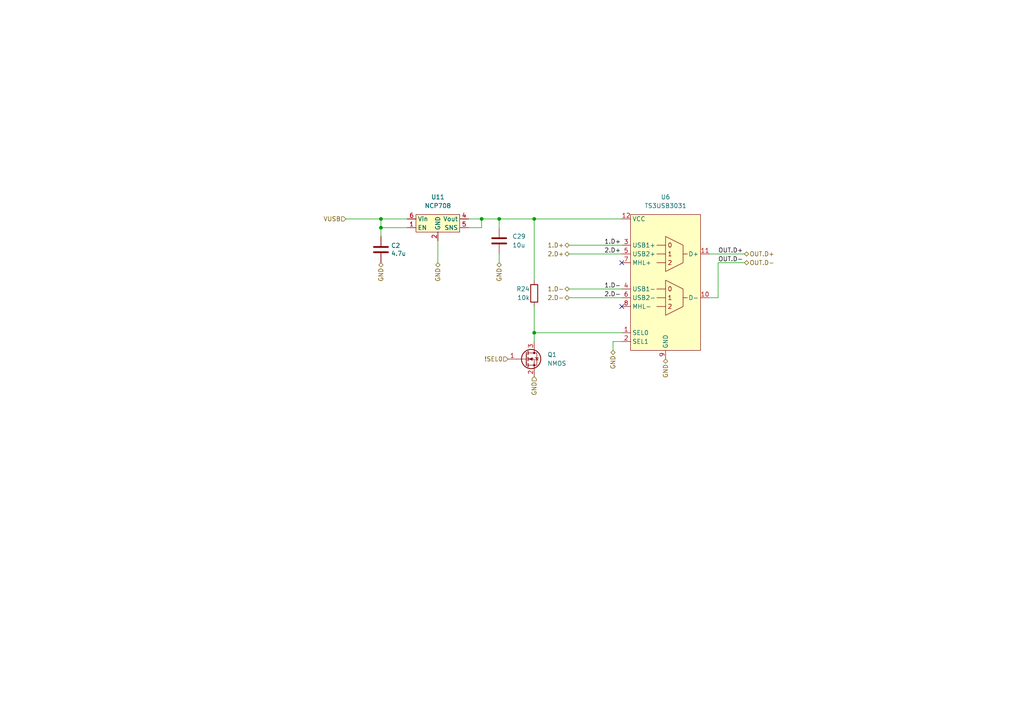
<source format=kicad_sch>
(kicad_sch (version 20230121) (generator eeschema)
  (paper "A4")
  (lib_symbols
    (symbol "Device:C" (pin_numbers hide) (pin_names (offset 0.254))
      (property "Reference" "C" (at 0.635 2.54 0))
      (property "Value" "C" (at 0.635 -2.54 0))
      (symbol "C_0_1"
        (polyline (pts (xy -2.032 -0.762) (xy 2.032 -0.762)) (stroke (width 0.508)))
        (polyline (pts (xy -2.032 0.762) (xy 2.032 0.762)) (stroke (width 0.508)))
      )
      (symbol "C_1_1"
        (pin passive line (at 0 3.81 270) (length 2.794) (name "~") (number "1"))
        (pin passive line (at 0 -3.81 90) (length 2.794) (name "~") (number "2"))
      )
    )
    (symbol "Device:Q_NMOS_GSD" (pin_names (offset 0) hide)
      (property "Reference" "Q" (at 5.08 1.27 0))
      (property "Value" "Q_NMOS_GSD" (at 5.08 -1.27 0))
      (symbol "Q_NMOS_GSD_0_1"
        (polyline (pts (xy 0.254 0) (xy -2.54 0)))
        (polyline (pts (xy 0.254 1.905) (xy 0.254 -1.905)) (stroke (width 0.254)))
        (polyline (pts (xy 0.762 -1.27) (xy 0.762 -2.286)) (stroke (width 0.254)))
        (polyline (pts (xy 0.762 0.508) (xy 0.762 -0.508)) (stroke (width 0.254)))
        (polyline (pts (xy 0.762 2.286) (xy 0.762 1.27)) (stroke (width 0.254)))
        (polyline (pts (xy 2.54 2.54) (xy 2.54 1.778)))
        (polyline (pts (xy 2.54 -2.54) (xy 2.54 0) (xy 0.762 0)))
        (polyline (pts (xy 0.762 -1.778) (xy 3.302 -1.778) (xy 3.302 1.778) (xy 0.762 1.778)))
        (polyline (pts (xy 1.016 0) (xy 2.032 0.381) (xy 2.032 -0.381) (xy 1.016 0)) (fill (type outline)))
        (polyline (pts (xy 2.794 0.508) (xy 2.921 0.381) (xy 3.683 0.381) (xy 3.81 0.254)))
        (polyline (pts (xy 3.302 0.381) (xy 2.921 -0.254) (xy 3.683 -0.254) (xy 3.302 0.381)))
        (circle (center 1.651 0) (radius 2.794) (stroke (width 0.254)))
        (circle (center 2.54 -1.778) (radius 0.254) (fill (type outline)))
        (circle (center 2.54 1.778) (radius 0.254) (fill (type outline)))
      )
      (symbol "Q_NMOS_GSD_1_1"
        (pin input line (at -5.08 0 0) (length 2.54) (name "G") (number "1"))
        (pin passive line (at 2.54 -5.08 90) (length 2.54) (name "S") (number "2"))
        (pin passive line (at 2.54 5.08 270) (length 2.54) (name "D") (number "3"))
      )
    )
    (symbol "Device:R" (pin_numbers hide) (pin_names (offset 0))
      (property "Reference" "R" (at 2.032 0 90))
      (property "Value" "R" (at 0 0 90))
      (symbol "R_0_1"
        (rectangle (start -1.016 -2.54) (end 1.016 2.54) (stroke (width 0.254)))
      )
      (symbol "R_1_1"
        (pin passive line (at 0 3.81 270) (length 1.27) (name "~") (number "1"))
        (pin passive line (at 0 -3.81 90) (length 1.27) (name "~") (number "2"))
      )
    )
    (symbol "RKL-DiscreteLogic:TS3USB3031"
      (property "Reference" "U" (at 0 6.35 0))
      (property "Value" "TS3USB3031" (at 0 3.81 0))
      (symbol "TS3USB3031_0_1"
        (polyline (pts (xy 0 -17.78) (xy 0 -27.94) (xy 5.08 -25.4) (xy 5.08 -20.32) (xy 0 -17.78)))
        (polyline (pts (xy 0 -5.08) (xy 0 -15.24) (xy 5.08 -12.7) (xy 5.08 -7.62) (xy 0 -5.08)))
      )
      (symbol "TS3USB3031_1_1"
        (rectangle (start -10.16 1.27) (end 10.16 -38.1) (fill (type background)))
        (polyline (pts (xy -2.54 -25.4) (xy 0 -25.4)))
        (polyline (pts (xy -2.54 -22.86) (xy 0 -22.86)))
        (polyline (pts (xy -2.54 -20.32) (xy 0 -20.32)))
        (polyline (pts (xy -2.54 -12.7) (xy 0 -12.7)))
        (polyline (pts (xy -2.54 -10.16) (xy 0 -10.16)))
        (polyline (pts (xy -2.54 -7.62) (xy 0 -7.62)))
        (polyline (pts (xy 5.08 -22.86) (xy 6.35 -22.86)))
        (polyline (pts (xy 5.08 -10.16) (xy 6.35 -10.16)))
        (text "0" (at 1.27 -20.32 0) (effects (font (size 1.27 1.27))))
        (text "0" (at 1.27 -7.62 0) (effects (font (size 1.27 1.27))))
        (text "1\n" (at 1.27 -22.86 0) (effects (font (size 1.27 1.27))))
        (text "1\n" (at 1.27 -10.16 0) (effects (font (size 1.27 1.27))))
        (text "2" (at 1.27 -25.4 0) (effects (font (size 1.27 1.27))))
        (text "2" (at 1.27 -12.7 0) (effects (font (size 1.27 1.27))))
        (pin input line (at -12.7 -33.02 0) (length 2.54) (name "SEL0") (number "1"))
        (pin bidirectional line (at 12.7 -22.86 180) (length 2.54) (name "D-") (number "10"))
        (pin bidirectional line (at 12.7 -10.16 180) (length 2.54) (name "D+") (number "11"))
        (pin power_in line (at -12.7 0 0) (length 2.54) (name "VCC") (number "12"))
        (pin input line (at -12.7 -35.56 0) (length 2.54) (name "SEL1") (number "2"))
        (pin bidirectional line (at -12.7 -7.62 0) (length 2.54) (name "USB1+") (number "3"))
        (pin bidirectional line (at -12.7 -20.32 0) (length 2.54) (name "USB1-") (number "4"))
        (pin bidirectional line (at -12.7 -10.16 0) (length 2.54) (name "USB2+") (number "5"))
        (pin bidirectional line (at -12.7 -22.86 0) (length 2.54) (name "USB2-") (number "6"))
        (pin bidirectional line (at -12.7 -12.7 0) (length 2.54) (name "MHL+") (number "7"))
        (pin bidirectional line (at -12.7 -25.4 0) (length 2.54) (name "MHL-") (number "8"))
        (pin input line (at 0 -40.64 90) (length 2.54) (name "GND") (number "9"))
      )
    )
    (symbol "RKL-LDO:NCP708"
      (property "Reference" "U" (at 0 3.175 0))
      (property "Value" "NCP708" (at 0 1.27 0))
      (symbol "NCP708_0_1"
        (rectangle (start 6.35 -5.08) (end -6.35 0) (fill (type background)))
      )
      (symbol "NCP708_1_1"
        (pin input line (at -8.89 -3.81 0) (length 2.54) (name "EN") (number "1"))
        (pin power_in line (at 0 -7.62 90) (length 2.54) (name "GND") (number "2"))
        (pin power_out line (at 8.89 -1.27 180) (length 2.54) (name "Vout") (number "4"))
        (pin input line (at 8.89 -3.81 180) (length 2.54) (name "SNS") (number "5"))
        (pin power_in line (at -8.89 -1.27 0) (length 2.54) (name "Vin") (number "6"))
        (pin power_in line (at 0 -7.62 90) (length 2.54) hide (name "GND") (number "7"))
      )
    )
  )
  (junction (at 110.49 63.5))
  (junction (at 144.78 63.5))
  (junction (at 139.7 63.5))
  (junction (at 154.94 96.52))
  (junction (at 110.49 66.04))
  (junction (at 154.94 63.5))
  (no_connect (at 180.34 76.2))
  (no_connect (at 180.34 88.9))
  (wire (pts (xy 177.8 101.6) (xy 177.8 99.06)))
  (wire (pts (xy 165.1 73.66) (xy 180.34 73.66)))
  (wire (pts (xy 135.89 63.5) (xy 139.7 63.5)))
  (wire (pts (xy 154.94 63.5) (xy 180.34 63.5)))
  (wire (pts (xy 139.7 66.04) (xy 139.7 63.5)))
  (wire (pts (xy 110.49 63.5) (xy 118.11 63.5)))
  (wire (pts (xy 135.89 66.04) (xy 139.7 66.04)))
  (wire (pts (xy 110.49 66.04) (xy 110.49 68.58)))
  (wire (pts (xy 154.94 88.9) (xy 154.94 96.52)))
  (wire (pts (xy 144.78 63.5) (xy 144.78 66.04)))
  (wire (pts (xy 165.1 86.36) (xy 180.34 86.36)))
  (wire (pts (xy 110.49 66.04) (xy 110.49 63.5)))
  (wire (pts (xy 118.11 66.04) (xy 110.49 66.04)))
  (wire (pts (xy 205.74 73.66) (xy 215.9 73.66)))
  (wire (pts (xy 177.8 99.06) (xy 180.34 99.06)))
  (wire (pts (xy 208.28 76.2) (xy 215.9 76.2)))
  (wire (pts (xy 139.7 63.5) (xy 144.78 63.5)))
  (wire (pts (xy 154.94 99.06) (xy 154.94 96.52)))
  (wire (pts (xy 144.78 63.5) (xy 154.94 63.5)))
  (wire (pts (xy 154.94 63.5) (xy 154.94 81.28)))
  (wire (pts (xy 205.74 86.36) (xy 208.28 86.36)))
  (wire (pts (xy 127 76.2) (xy 127 69.85)))
  (wire (pts (xy 165.1 83.82) (xy 180.34 83.82)))
  (wire (pts (xy 154.94 96.52) (xy 180.34 96.52)))
  (wire (pts (xy 208.28 86.36) (xy 208.28 76.2)))
  (wire (pts (xy 165.1 71.12) (xy 180.34 71.12)))
  (wire (pts (xy 144.78 76.2) (xy 144.78 73.66)))
  (wire (pts (xy 110.49 63.5) (xy 100.33 63.5)))
  (label "1.D+" (at 175.26 71.12 0))
  (label "1.D-" (at 175.26 83.82 0))
  (label "OUT.D-" (at 208.28 76.2 0))
  (label "2.D-" (at 175.26 86.36 0))
  (label "OUT.D+" (at 208.28 73.66 0))
  (label "2.D+" (at 175.26 73.66 0))
  (hierarchical_label "2.D-" (shape bidirectional) (at 165.1 86.36 180))
  (hierarchical_label "GND" (shape bidirectional) (at 144.78 76.2 270))
  (hierarchical_label "1.D-" (shape bidirectional) (at 165.1 83.82 180))
  (hierarchical_label "GND" (shape bidirectional) (at 110.49 76.2 270))
  (hierarchical_label "GND" (shape bidirectional) (at 127 76.2 270))
  (hierarchical_label "2.D+" (shape bidirectional) (at 165.1 73.66 180))
  (hierarchical_label "VUSB" (shape input) (at 100.33 63.5 180))
  (hierarchical_label "GND" (shape bidirectional) (at 193.04 104.14 270))
  (hierarchical_label "GND" (shape input) (at 154.94 109.22 270))
  (hierarchical_label "OUT.D+" (shape bidirectional) (at 215.9 73.66 0))
  (hierarchical_label "1.D+" (shape bidirectional) (at 165.1 71.12 180))
  (hierarchical_label "GND" (shape bidirectional) (at 177.8 101.6 270))
  (hierarchical_label "!SEL0" (shape input) (at 147.32 104.14 180))
  (hierarchical_label "OUT.D-" (shape bidirectional) (at 215.9 76.2 0))
  (symbol (lib_id "Device:Q_NMOS_GSD") (at 152.4 104.14 0) (unit 1)
    (property "Reference" "Q1" (at 158.75 102.87 0) (effects (justify left)))
    (property "Value" "NMOS" (at 158.75 105.41 0) (effects (justify left)))
    (property "Footprint" "Package_TO_SOT_SMD:SOT-723" (effects hide))
    (property "Sim.Device" "NMOS" (effects hide))
    (property "Sim.Type" "VDMOS" (effects hide))
    (property "Sim.Pins" "1=D 2=G 3=S" (effects hide))
    (property "LCSC" "C504051" (effects hide))
    (property "Basic/Extended" "E" (effects hide))
    (property "JLCPCB_CORRECTION" "0;0;180" (effects hide))
    (instances (project "Zelvicka" (path "" (reference "Q1") (unit 1)) (path "" (reference "Q2") (unit 1)) (path "" (reference "Q2") (unit 1))))
  )
  (symbol (lib_id "Device:C") (at 110.49 72.39 0) (unit 1)
    (property "Reference" "C2" (at 113.411 71.2216 0) (effects (justify left)))
    (property "Value" "4.7u" (at 113.411 73.533 0) (effects (justify left)))
    (property "Footprint" "Capacitor_SMD:C_0603_1608Metric" (effects hide))
    (property "LCSC" "C19666" (effects hide))
    (property "Basic/Extended" "B" (effects hide))
    (property "info" "16V, X5R" (effects hide))
    (instances (project "Zelvicka" (path "" (reference "C2") (unit 1)) (path "" (reference "C27") (unit 1))) (project "ZakladniElektronika" (path "" (reference "C150") (unit 1))) (project "RB3203" (path "" (reference "U?") (unit 1))))
  )
  (symbol (lib_id "Device:R") (at 154.94 85.09 0) (mirror y) (unit 1)
    (property "Reference" "R24" (at 153.67 83.82 0) (effects (justify left)))
    (property "Value" "10k" (at 153.67 86.36 0) (effects (justify left)))
    (property "Footprint" "Resistor_SMD:R_0402_1005Metric" (effects hide))
    (property "LCSC" "C25744" (effects hide))
    (property "Basic/Extended" "B" (effects hide))
    (instances (project "Zelvicka" (path "" (reference "R24") (unit 1)) (path "" (reference "R53") (unit 1)) (path "" (reference "R53") (unit 1))) (project "ZakladniElektronika" (path "" (reference "R10") (unit 1))) (project "ukazka" (path "" (reference "R5") (unit 1))) (project "RB3203" (path "" (reference "R?") (unit 1))))
  )
  (symbol (lib_id "RKL-DiscreteLogic:TS3USB3031") (at 193.04 63.5 0) (unit 1)
    (property "Reference" "U6" (at 193.04 57.15 0))
    (property "Value" "TS3USB3031" (at 193.04 59.69 0))
    (property "Footprint" "Package_DFN_QFN:Texas_X2QFN-12_1.6x1.6mm_P0.4mm" (effects hide))
    (property "Datasheet" "https://www.ti.com/lit/ds/symlink/ts3usb3031.pdf?ts=1703029289212&ref_url=https%253A%252F%252Fwww.google.com%252F" (effects hide))
    (property "Basic/Extended" "E" (effects hide))
    (property "LCSC" "C2652459" (effects hide))
    (instances (project "Zelvicka" (path "" (reference "U6") (unit 1))) (project "ZakladniElektronika" (path "" (reference "U?") (unit 1)) (path "" (reference "U15") (unit 1))))
  )
  (symbol (lib_id "RKL-LDO:NCP708") (at 127 62.23 0) (unit 1)
    (property "Reference" "U11" (at 127 57.15 0))
    (property "Value" "NCP708" (at 127 59.69 0))
    (property "Footprint" "RKL-StandardPackages:UDFN6-3x3mm" (effects hide))
    (property "Datasheet" "https://datasheet.lcsc.com/szlcsc/ON-Semicon-ON-NCP708MU330TAG_C183178.pdf" (effects hide))
    (property "LCSC" "C183178" (effects hide))
    (property "JLCPCB_CORRECTION" "0;0;180" (effects hide))
    (property "Basic/Extended" "E" (effects hide))
  )
  (symbol (lib_id "Device:C") (at 144.78 69.85 0) (unit 1)
    (property "Reference" "C29" (at 148.59 68.5799 0) (effects (justify left)))
    (property "Value" "10u" (at 148.59 71.1199 0) (effects (justify left)))
    (property "Footprint" "Capacitor_SMD:C_0603_1608Metric" (effects hide))
    (property "LCSC" "C96446" (effects hide))
    (property "Basic/Extended" "B" (effects hide))
    (property "info" "25V, X5R" (effects hide))
    (instances (project "Zelvicka" (path "" (reference "C29") (unit 1)) (path "" (reference "C3") (unit 1))) (project "SemiSemafor" (path "" (reference "C6") (unit 1))))
  )
)
</source>
